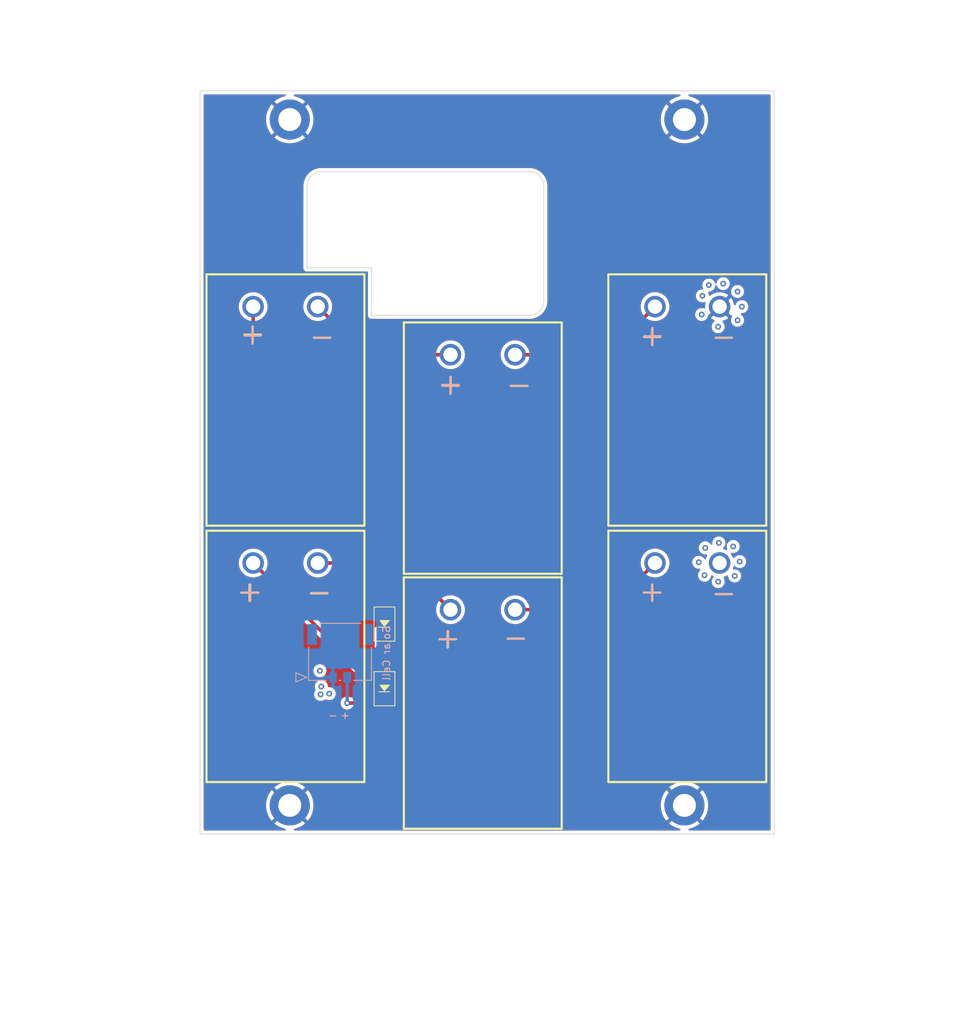
<source format=kicad_pcb>
(kicad_pcb (version 20211014) (generator pcbnew)
  (title_block (title "Solar Cell PCB (USB side)") (date "2023-01-03") (rev "3"))
  (layers (0 "F.Cu" signal) (31 "B.Cu" signal) (34 "B.Paste" user) (35 "F.Paste" user) (36 "B.SilkS" user "B.Silkscreen") (37 "F.SilkS" user "F.Silkscreen") (38 "B.Mask" user) (39 "F.Mask" user) (44 "Edge.Cuts" user))
  (net 0 "")
  (net 1 "GND")
  (net 2 "Net-(SC1-Pad2)")
  (net 3 "Net-(D1-Pad2)")
  (net 4 "Net-(D2-Pad2)")
  (net 5 "Net-(SC2-Pad2)")
  (net 6 "Net-(SC4-Pad2)")
  (net 7 "Net-(SC5-Pad2)")
  (net 8 "VSOLAR")
  (footprint "MountingHole:MountingHole_3.2mm_M3_DIN965_Pad" (layer "F.Cu") (at 84.6 42.75)
    (fp_text reference "H1")
    (fp_text value "MountingHole_Pad")
    (pad "1" thru_hole circle (at 0 0) (size 5.6 5.6) (drill 3.2) (layers *.Cu *.Mask) (net 1 "GND"))
  )
  (footprint "ISP:SM101K07TF" (layer "F.Cu") (at 84.5 117.5 90)
    (fp_text reference "SC1")
    (fp_text value "SM101K07TF")
    (fp_text user "+" (at 8.85 -5.63 90) (layer "B.SilkS") (effects (font (size 3 3) (thickness 0.3)) (justify mirror)))
    (fp_line (start 17.5 10.5) (end -17.5 10.5) (layer "F.SilkS") (width 0.3))
    (fp_line (start -17.5 10.5) (end -17.5 -11.5) (layer "F.SilkS") (width 0.3))
    (fp_line (start -17.5 -11.5) (end 17.5 -11.5) (layer "F.SilkS") (width 0.3))
    (fp_line (start 17.5 -11.5) (end 17.5 10.5) (layer "F.SilkS") (width 0.3))
    (pad "1" thru_hole circle (at 13 -5 90) (size 3 3) (drill 2) (layers *.Mask "F.Cu" "In1.Cu" "B.Cu") (net 3 "Net-(D1-Pad2)"))
    (pad "2" thru_hole circle (at 13 4 90) (size 3 3) (drill 2) (layers *.Mask "F.Cu" "In1.Cu" "B.Cu") (net 2 "Net-(SC1-Pad2)"))
  )
  (footprint "ISP:SM101K07TF" (layer "F.Cu") (at 140.5 117.5 90)
    (fp_text reference "SC3")
    (fp_text value "SM101K07TF")
    (fp_text user "+" (at 8.89 -5.62 90) (layer "B.SilkS") (effects (font (size 3 3) (thickness 0.3))))
    (fp_text user "-" (at 8.89 4.58) (layer "F.SilkS") (effects (font (size 3 3) (thickness 0.3))))
    (fp_line (start 17.5 -11.5) (end 17.5 10.5) (layer "F.SilkS") (width 0.3))
    (fp_line (start -17.5 10.5) (end -17.5 -11.5) (layer "F.SilkS") (width 0.3))
    (fp_line (start 17.5 10.5) (end -17.5 10.5) (layer "F.SilkS") (width 0.3))
    (fp_line (start -17.5 -11.5) (end 17.5 -11.5) (layer "F.SilkS") (width 0.3))
    (pad "1" thru_hole circle (at 13 -5 90) (size 3 3) (drill 2) (layers *.Mask "F.Cu" "In1.Cu" "B.Cu") (net 5 "Net-(SC2-Pad2)"))
    (pad "2" thru_hole circle (at 13 4 90) (size 3 3) (drill 2) (layers *.Mask "F.Cu" "In1.Cu" "B.Cu") (net 1 "GND"))
  )
  (footprint "ISP:DO-214AC" (layer "F.Cu") (at 97.8 113 90)
    (fp_text reference "D2")
    (fp_text value "CDBA240LL-HF")
    (fp_line (start -2.375 -1.45) (end 2.375 -1.45) (layer "F.SilkS") (width 0.12))
    (fp_line (start -2.375 1.45) (end 2.375 1.45) (layer "F.SilkS") (width 0.12))
    (fp_line (start -2.375 1.45) (end -2.375 -1.45) (layer "F.SilkS") (width 0.12))
    (fp_line (start 2.375 1.45) (end 2.375 -1.45) (layer "F.SilkS") (width 0.12))
    (fp_line (start -0.4318 -0.8128) (end -0.4318 0.7366) (layer "F.SilkS") (width 0.12))
    (fp_poly (pts (xy 0.508 0.7112) (xy -0.3048 -0.0254) (xy 0.508 -0.635)) (layer "F.SilkS") (width 0.1) (fill solid))
    (pad "1" smd rect (at -2 0 90) (size 2.5 1.7) (layers "F.Cu" "F.Paste" "F.Mask") (net 8 "VSOLAR"))
    (pad "2" smd rect (at 2 0 90) (size 2.5 1.7) (layers "F.Cu" "F.Paste" "F.Mask") (net 4 "Net-(D2-Pad2)"))
  )
  (footprint "MountingHole:MountingHole_3.2mm_M3_DIN965_Pad" (layer "F.Cu") (at 139.6 138.25)
    (fp_text reference "H7")
    (fp_text value "MountingHole_Pad")
    (pad "1" thru_hole circle (at 0 0) (size 5.6 5.6) (drill 3.2) (layers *.Cu *.Mask) (net 1 "GND"))
  )
  (footprint "ISP:SM101K07TF" (layer "F.Cu") (at 112 88.5 90)
    (fp_text reference "SC5")
    (fp_text value "SM101K07TF")
    (fp_text user "+" (at 8.8 -5.2 90) (layer "B.SilkS") (effects (font (size 3 3) (thickness 0.3))))
    (fp_text user "-" (at 8.89 4.58) (layer "F.SilkS") (effects (font (size 3 3) (thickness 0.3))))
    (fp_line (start -17.5 -11.5) (end 17.5 -11.5) (layer "F.SilkS") (width 0.3))
    (fp_line (start 17.5 -11.5) (end 17.5 10.5) (layer "F.SilkS") (width 0.3))
    (fp_line (start -17.5 10.5) (end -17.5 -11.5) (layer "F.SilkS") (width 0.3))
    (fp_line (start 17.5 10.5) (end -17.5 10.5) (layer "F.SilkS") (width 0.3))
    (pad "1" thru_hole circle (at 13 -5 90) (size 3 3) (drill 2) (layers *.Mask "F.Cu" "In1.Cu" "B.Cu") (net 6 "Net-(SC4-Pad2)"))
    (pad "2" thru_hole circle (at 13 4 90) (size 3 3) (drill 2) (layers *.Mask "F.Cu" "In1.Cu" "B.Cu") (net 7 "Net-(SC5-Pad2)"))
  )
  (footprint "ISP:SM101K07TF" (layer "F.Cu") (at 112 124 90)
    (fp_text reference "SC2")
    (fp_text value "SM101K07TF")
    (fp_text user "+" (at 8.9 -5.56 90) (layer "B.SilkS") (effects (font (size 3 3) (thickness 0.3))))
    (fp_line (start -17.5 10.5) (end -17.5 -11.5) (layer "F.SilkS") (width 0.3))
    (fp_line (start 17.5 10.5) (end -17.5 10.5) (layer "F.SilkS") (width 0.3))
    (fp_line (start 17.5 -11.5) (end 17.5 10.5) (layer "F.SilkS") (width 0.3))
    (fp_line (start -17.5 -11.5) (end 17.5 -11.5) (layer "F.SilkS") (width 0.3))
    (pad "1" thru_hole circle (at 13 -5 90) (size 3 3) (drill 2) (layers *.Mask "F.Cu" "In1.Cu" "B.Cu") (net 2 "Net-(SC1-Pad2)"))
    (pad "2" thru_hole circle (at 13 4 90) (size 3 3) (drill 2) (layers *.Mask "F.Cu" "In1.Cu" "B.Cu") (net 5 "Net-(SC2-Pad2)"))
  )
  (footprint "ISP:DO-214AC" (layer "F.Cu") (at 97.8 122 90)
    (fp_text reference "D1")
    (fp_text value "CDBA240LL-HF")
    (fp_line (start -0.4318 -0.8128) (end -0.4318 0.7366) (layer "F.SilkS") (width 0.12))
    (fp_line (start -2.375 1.45) (end 2.375 1.45) (layer "F.SilkS") (width 0.12))
    (fp_line (start -2.375 -1.45) (end 2.375 -1.45) (layer "F.SilkS") (width 0.12))
    (fp_line (start -2.375 1.45) (end -2.375 -1.45) (layer "F.SilkS") (width 0.12))
    (fp_line (start 2.375 1.45) (end 2.375 -1.45) (layer "F.SilkS") (width 0.12))
    (fp_poly (pts (xy 0.508 0.7112) (xy -0.3048 -0.0254) (xy 0.508 -0.635)) (layer "F.SilkS") (width 0.1) (fill solid))
    (pad "1" smd rect (at -2 0 90) (size 2.5 1.7) (layers "F.Cu" "F.Paste" "F.Mask") (net 8 "VSOLAR"))
    (pad "2" smd rect (at 2 0 90) (size 2.5 1.7) (layers "F.Cu" "F.Paste" "F.Mask") (net 3 "Net-(D1-Pad2)"))
  )
  (footprint "MountingHole:MountingHole_3.2mm_M3_DIN965_Pad" (layer "F.Cu") (at 84.6 138.25)
    (fp_text reference "H5")
    (fp_text value "MountingHole_Pad")
    (pad "1" thru_hole circle (at 0 0) (size 5.6 5.6) (drill 3.2) (layers *.Cu *.Mask) (net 1 "GND"))
  )
  (footprint "ISP:SM101K07TF" (layer "F.Cu") (at 84.5 81.8 90)
    (fp_text reference "SC4")
    (fp_text value "SM101K07TF")
    (fp_text user "-" (at 8.89 4.6 180) (layer "B.SilkS") (effects (font (size 3 3) (thickness 0.3)) (justify mirror)))
    (fp_text user "+" (at 9.1 -5.3 90) (layer "F.SilkS") (effects (font (size 3 3) (thickness 0.3))))
    (fp_line (start 17.5 10.5) (end -17.5 10.5) (layer "F.SilkS") (width 0.3))
    (fp_line (start -17.5 -11.5) (end 17.5 -11.5) (layer "F.SilkS") (width 0.3))
    (fp_line (start -17.5 10.5) (end -17.5 -11.5) (layer "F.SilkS") (width 0.3))
    (fp_line (start 17.5 -11.5) (end 17.5 10.5) (layer "F.SilkS") (width 0.3))
    (pad "1" thru_hole circle (at 13 -5 90) (size 3 3) (drill 2) (layers *.Mask "F.Cu" "In1.Cu" "B.Cu") (net 4 "Net-(D2-Pad2)"))
    (pad "2" thru_hole circle (at 13 4 90) (size 3 3) (drill 2) (layers *.Mask "F.Cu" "In1.Cu" "B.Cu") (net 6 "Net-(SC4-Pad2)"))
  )
  (footprint "MountingHole:MountingHole_3.2mm_M3_DIN965_Pad" (layer "F.Cu") (at 139.6 42.75)
    (fp_text reference "H4")
    (fp_text value "MountingHole_Pad")
    (pad "1" thru_hole circle (at 0 0) (size 5.6 5.6) (drill 3.2) (layers *.Cu *.Mask) (net 1 "GND"))
  )
  (footprint "ISP:SM101K07TF" (layer "F.Cu") (at 140.5 81.8 90)
    (fp_text reference "SC6")
    (fp_text value "SM101K07TF")
    (fp_text user "-" (at 8.89 4.58) (layer "B.SilkS") (effects (font (size 3 3) (thickness 0.3)) (justify mirror)))
    (fp_text user "+" (at 8.89 -5.58 90) (layer "B.SilkS") (effects (font (size 3 3) (thickness 0.3))))
    (fp_line (start -17.5 -11.5) (end 17.5 -11.5) (layer "F.SilkS") (width 0.3))
    (fp_line (start 17.5 -11.5) (end 17.5 10.5) (layer "F.SilkS") (width 0.3))
    (fp_line (start 17.5 10.5) (end -17.5 10.5) (layer "F.SilkS") (width 0.3))
    (fp_line (start -17.5 10.5) (end -17.5 -11.5) (layer "F.SilkS") (width 0.3))
    (pad "1" thru_hole circle (at 13 -5 90) (size 3 3) (drill 2) (layers *.Mask "F.Cu" "In1.Cu" "B.Cu") (net 7 "Net-(SC5-Pad2)"))
    (pad "2" thru_hole circle (at 13 4 90) (size 3 3) (drill 2) (layers *.Mask "F.Cu" "In1.Cu" "B.Cu") (net 1 "GND"))
  )
  (footprint "Molex_PicoLock_2p_2mm_2053380002:2053380002" (layer "B.Cu") (at 90.605 120.42 180)
    (fp_text reference "J1")
    (fp_text value "Solar Cell" (at -7.475 3.34 270) (layer "B.SilkS") (effects (justify mirror)))
    (fp_line (start 3.628992 0) (end 5.152992 0.635) (layer "B.SilkS") (width 0.12))
    (fp_line (start -5.374991 4.20496) (end -5.374991 -0.425) (layer "B.SilkS") (width 0.12))
    (fp_line (start -5.374991 -0.425) (end -2.870041 -0.425) (layer "B.SilkS") (width 0.12))
    (fp_line (start 3.374992 -0.425) (end 3.374992 4.20496) (layer "B.SilkS") (width 0.12))
    (fp_line (start 5.152992 0.635) (end 5.152992 -0.635) (layer "B.SilkS") (width 0.12))
    (fp_line (start -1.129961 -0.425) (end -0.87004 -0.425) (layer "B.SilkS") (width 0.12))
    (fp_line (start 5.152992 -0.635) (end 3.628992 0) (layer "B.SilkS") (width 0.12))
    (fp_line (start 0.87004 -0.425) (end 3.374992 -0.425) (layer "B.SilkS") (width 0.12))
    (fp_line (start 1.915982 7.525) (end -3.915981 7.525) (layer "B.SilkS") (width 0.12))
    (pad "1" smd rect (at 0 0 180) (size 1.1 1.45) (layers "B.Cu" "B.Paste" "B.Mask") (net 1 "GND"))
    (pad "2" smd rect (at -2.000001 0 180) (size 1.1 1.45) (layers "B.Cu" "B.Paste" "B.Mask") (net 8 "VSOLAR"))
    (pad "3" smd rect (at 2.894998 5.974999 180) (size 1.35 2.899999) (layers "B.Cu" "B.Paste" "B.Mask"))
    (pad "4" smd rect (at -4.894997 5.974999 180) (size 1.35 2.899999) (layers "B.Cu" "B.Paste" "B.Mask"))
  )
  (gr_line (start 143.6 38.75) (end 152.1 38.75) (layer "Edge.Cuts") (width 0.1))
  (gr_line (start 96 70) (end 96 63.4) (layer "Edge.Cuts") (width 0.1))
  (gr_line (start 80.6 142.25) (end 88.6 142.25) (layer "Edge.Cuts") (width 0.1))
  (gr_line (start 135.6 142.25) (end 88.6 142.25) (layer "Edge.Cuts") (width 0.1))
  (gr_line (start 80.65 38.75) (end 88.65 38.75) (layer "Edge.Cuts") (width 0.1))
  (gr_line (start 135.6 38.75) (end 143.6 38.75) (layer "Edge.Cuts") (width 0.1))
  (gr_line (start 152.1 38.75) (end 152.1 142.25) (layer "Edge.Cuts") (width 0.1))
  (gr_line (start 80.6 142.25) (end 72.1 142.25) (layer "Edge.Cuts") (width 0.1))
  (gr_line (start 87 63.4) (end 87.019447 52.023594) (layer "Edge.Cuts") (width 0.1))
  (gr_line (start 143.6 142.25) (end 152.1 142.25) (layer "Edge.Cuts") (width 0.1))
  (gr_line (start 96 70) (end 117.99436 70) (layer "Edge.Cuts") (width 0.1))
  (gr_arc (start 120 68.085786) (mid 119.379544 69.443519) (end 117.99436 70) (layer "Edge.Cuts") (width 0.1))
  (gr_arc (start 117.989127 50) (mid 119.403941 50.59946) (end 120 52.01571) (layer "Edge.Cuts") (width 0.1))
  (gr_arc (start 87.019447 52.023594) (mid 87.592593 50.603539) (end 89 50) (layer "Edge.Cuts") (width 0.1))
  (gr_line (start 135.6 142.25) (end 143.6 142.25) (layer "Edge.Cuts") (width 0.1))
  (gr_line (start 120 52.01571) (end 120 68.085786) (layer "Edge.Cuts") (width 0.1))
  (gr_line (start 88.65 38.75) (end 135.6 38.75) (layer "Edge.Cuts") (width 0.1))
  (gr_line (start 89 50) (end 117.989127 50) (layer "Edge.Cuts") (width 0.1))
  (gr_line (start 80.65 38.75) (end 72.1 38.75) (layer "Edge.Cuts") (width 0.1))
  (gr_line (start 72.1 142.25) (end 72.1 38.75) (layer "Edge.Cuts") (width 0.1))
  (gr_line (start 96 63.4) (end 87 63.4) (layer "Edge.Cuts") (width 0.1))
  (gr_text "-" (at 145.1 108.6) (layer "B.SilkS") (effects (font (size 3 3) (thickness 0.3)) (justify mirror)))
  (gr_text "-\n" (at 90.62 125.72) (layer "B.SilkS") (effects (font (size 1 1)) (justify mirror)))
  (gr_text "+" (at 107 79.6) (layer "B.SilkS") (effects (font (size 3 3) (thickness 0.3)) (justify mirror)))
  (gr_text "-" (at 116.5 79.6) (layer "B.SilkS") (effects (font (size 3 3) (thickness 0.3)) (justify mirror)))
  (gr_text "+" (at 79.1 108.4) (layer "B.SilkS") (effects (font (size 3 3) (thickness 0.3)) (justify mirror)))
  (gr_text "+" (at 106.6 114.9) (layer "B.SilkS") (effects (font (size 3 3) (thickness 0.3)) (justify mirror)))
  (gr_text "+" (at 135.1 108.4) (layer "B.SilkS") (effects (font (size 3 3) (thickness 0.3)) (justify mirror)))
  (gr_text "+" (at 92.32 125.7) (layer "B.SilkS") (effects (font (size 1 1)) (justify mirror)))
  (gr_text "+" (at 79.4 72.6) (layer "B.SilkS") (effects (font (size 3 3) (thickness 0.3)) (justify mirror)))
  (gr_text "-" (at 88.7 108.9 180) (layer "B.SilkS") (effects (font (size 3 3) (thickness 0.3)) (justify mirror)))
  (gr_text "+" (at 135.1 72.8) (layer "B.SilkS") (effects (font (size 3 3) (thickness 0.3)) (justify mirror)))
  (gr_text "-" (at 116.1 114.8) (layer "B.SilkS") (effects (font (size 3 3) (thickness 0.3)) (justify mirror)))
  (gr_text "+" (at 106.6 114.9) (layer "F.SilkS") (effects (font (size 3 3) (thickness 0.3))))
  (gr_text "-" (at 145.1 72.9) (layer "F.SilkS") (effects (font (size 3 3) (thickness 0.3))))
  (gr_text "-" (at 88.7 108.5) (layer "F.SilkS") (effects (font (size 3 3) (thickness 0.3))))
  (gr_text "+" (at 107 79.5) (layer "F.SilkS") (effects (font (size 3 3) (thickness 0.3))))
  (gr_text "+" (at 79 108.4) (layer "F.SilkS") (effects (font (size 3 3) (thickness 0.3))))
  (gr_text "-" (at 89.1 72.9) (layer "F.SilkS") (effects (font (size 3 3) (thickness 0.3))))
  (gr_text "+" (at 135.1 72.8) (layer "F.SilkS") (effects (font (size 3 3) (thickness 0.3))))
  (gr_text "+" (at 135.1 108.4) (layer "F.SilkS") (effects (font (size 3 3) (thickness 0.3))))
  (gr_text "-" (at 116.1 114.8) (layer "F.SilkS") (effects (font (size 3 3) (thickness 0.3))))
  (via (at 147 66.7) (size 0.8) (drill 0.4) (layers "F.Cu" "B.Cu") (net 0))
  (via (at 144.3 71.6) (size 0.8) (drill 0.4) (layers "F.Cu" "B.Cu") (net 0))
  (via (at 147 70.7) (size 0.8) (drill 0.4) (layers "F.Cu" "B.Cu") (net 0))
  (via (at 141.6 104.4) (size 0.8) (drill 0.4) (layers "F.Cu" "B.Cu") (net 0))
  (via (at 142.4 106.2) (size 0.8) (drill 0.4) (layers "F.Cu" "B.Cu") (net 0))
  (via (at 88.8 119.5) (size 0.8) (drill 0.4) (layers "F.Cu" "B.Cu") (net 0))
  (via (at 142 69.9) (size 0.8) (drill 0.4) (layers "F.Cu" "B.Cu") (net 0))
  (via (at 142.5 102.4) (size 0.8) (drill 0.4) (layers "F.Cu" "B.Cu") (net 0))
  (via (at 147.6 68.8) (size 0.8) (drill 0.4) (layers "F.Cu" "B.Cu") (net 0))
  (via (at 145 65.6) (size 0.8) (drill 0.4) (layers "F.Cu" "B.Cu") (net 0))
  (via (at 143 65.8) (size 0.8) (drill 0.4) (layers "F.Cu" "B.Cu") (net 0))
  (via (at 144.3 107.1) (size 0.8) (drill 0.4) (layers "F.Cu" "B.Cu") (net 0))
  (via (at 147.3 104.3) (size 0.8) (drill 0.4) (layers "F.Cu" "B.Cu") (net 0))
  (via (at 146.6 106.3) (size 0.8) (drill 0.4) (layers "F.Cu" "B.Cu") (net 0))
  (via (at 89 121.7) (size 0.8) (drill 0.4) (layers "F.Cu" "B.Cu") (net 0))
  (via (at 90.1 122.7) (size 0.8) (drill 0.4) (layers "F.Cu" "B.Cu") (net 0))
  (via (at 88.9 122.8) (size 0.8) (drill 0.4) (layers "F.Cu" "B.Cu") (net 0))
  (via (at 144.4 101.7) (size 0.8) (drill 0.4) (layers "F.Cu" "B.Cu") (net 0))
  (via (at 146.4 102.2) (size 0.8) (drill 0.4) (layers "F.Cu" "B.Cu") (net 0))
  (via (at 142.1 67.3) (size 0.8) (drill 0.4) (layers "F.Cu" "B.Cu") (net 0))
  (segment (start 88.5 104.5) (end 100.5 104.5) (width 0.5) (layer "F.Cu") (net 2))
  (segment (start 100.5 104.5) (end 107 111) (width 0.5) (layer "F.Cu") (net 2))
  (segment (start 79.5 104.5) (end 95 120) (width 0.5) (layer "F.Cu") (net 3))
  (segment (start 95 120) (end 97.8 120) (width 0.5) (layer "F.Cu") (net 3))
  (segment (start 79.5 100.4) (end 90.1 111) (width 0.5) (layer "F.Cu") (net 4))
  (segment (start 79.5 68.8) (end 79.5 100.4) (width 0.5) (layer "F.Cu") (net 4))
  (segment (start 90.1 111) (end 97.8 111) (width 0.5) (layer "F.Cu") (net 4))
  (segment (start 116 111) (end 129 111) (width 0.5) (layer "F.Cu") (net 5))
  (segment (start 129 111) (end 135.5 104.5) (width 0.5) (layer "F.Cu") (net 5))
  (segment (start 95.2 75.5) (end 107 75.5) (width 0.5) (layer "F.Cu") (net 6))
  (segment (start 88.5 68.8) (end 95.2 75.5) (width 0.5) (layer "F.Cu") (net 6))
  (segment (start 116 75.5) (end 128.8 75.5) (width 0.5) (layer "F.Cu") (net 7))
  (segment (start 128.8 75.5) (end 135.5 68.8) (width 0.5) (layer "F.Cu") (net 7))
  (segment (start 97.8 115) (end 100.6 117.8) (width 0.5) (layer "F.Cu") (net 8))
  (segment (start 100.6 117.8) (end 100.6 121.2) (width 0.5) (layer "F.Cu") (net 8))
  (segment (start 92.6 124) (end 97.8 124) (width 0.5) (layer "F.Cu") (net 8))
  (segment (start 100.6 121.2) (end 97.8 124) (width 0.5) (layer "F.Cu") (net 8))
  (via (at 92.6 124) (size 0.8) (drill 0.4) (layers "F.Cu" "B.Cu") (net 8))
  (segment (start 92.605001 123.994999) (end 92.605001 120.42) (width 0.5) (layer "B.Cu") (net 8))
  (zone (net 1) (net_name "GND") (layers F&B.Cu) (connect_pads (clearance 0.508)) (min_thickness 0.254) (fill yes (thermal_gap 0.508) (thermal_bridge_width 0.508))
    (polygon (pts (xy 153.800938 37.106923) (xy 153.700938 143.006923) (xy 70.400938 143.406923) (xy 70.000938 36.906923)))
  )
)
</source>
